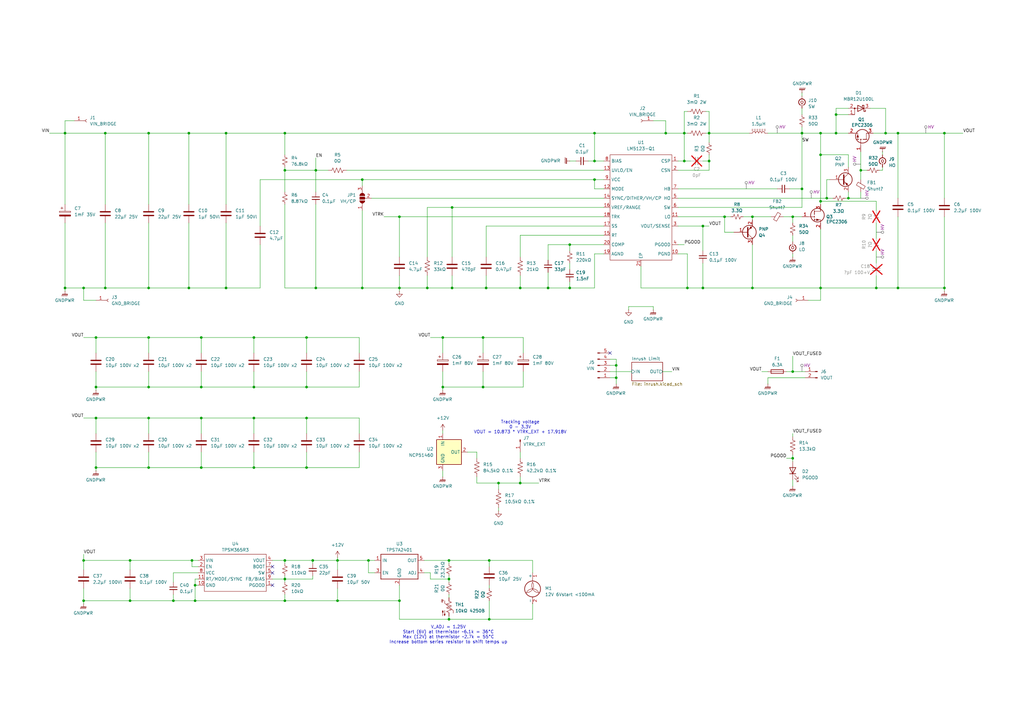
<source format=kicad_sch>
(kicad_sch (version 20231120) (generator "eeschema") (generator_version "8.0")
  (paper "A3")
  (junction (at 184.15 229.87))
  (junction (at 163.83 246.38))
  (junction (at 243.84 66.04))
  (junction (at 184.15 237.49))
  (junction (at 82.55 138.43))
  (junction (at 199.39 118.11))
  (junction (at 39.37 191.77))
  (junction (at 198.12 158.75))
  (junction (at 80.01 246.38))
  (junction (at 82.55 191.77))
  (junction (at 342.9 54.61))
  (junction (at 325.12 187.96))
  (junction (at 328.93 54.61))
  (junction (at 60.96 138.43))
  (junction (at 387.35 54.61))
  (junction (at 125.73 171.45))
  (junction (at 200.66 229.87))
  (junction (at 175.26 118.11))
  (junction (at 60.96 191.77))
  (junction (at 243.84 73.66))
  (junction (at 163.83 118.11))
  (junction (at 353.06 69.85))
  (junction (at 204.47 198.12))
  (junction (at 39.37 138.43))
  (junction (at 104.14 158.75))
  (junction (at 325.12 152.4))
  (junction (at 138.43 246.38))
  (junction (at 233.68 118.11))
  (junction (at 125.73 138.43))
  (junction (at 43.18 118.11))
  (junction (at 185.42 118.11))
  (junction (at 116.84 69.85))
  (junction (at 336.55 82.55))
  (junction (at 363.22 54.61))
  (junction (at 280.67 66.04))
  (junction (at 77.47 118.11))
  (junction (at 92.71 54.61))
  (junction (at 53.34 246.38))
  (junction (at 82.55 158.75))
  (junction (at 53.34 229.87))
  (junction (at 43.18 54.61))
  (junction (at 290.83 54.61))
  (junction (at 60.96 118.11))
  (junction (at 71.12 246.38))
  (junction (at 26.67 118.11))
  (junction (at 288.29 92.71))
  (junction (at 181.61 138.43))
  (junction (at 34.29 229.87))
  (junction (at 80.01 240.03))
  (junction (at 129.54 69.85))
  (junction (at 252.73 154.94))
  (junction (at 359.41 118.11))
  (junction (at 34.29 118.11))
  (junction (at 325.12 88.9))
  (junction (at 26.67 54.61))
  (junction (at 243.84 54.61))
  (junction (at 39.37 158.75))
  (junction (at 198.12 138.43))
  (junction (at 280.67 54.61))
  (junction (at 336.55 54.61))
  (junction (at 78.74 229.87))
  (junction (at 104.14 138.43))
  (junction (at 148.59 118.11))
  (junction (at 77.47 54.61))
  (junction (at 342.9 46.99))
  (junction (at 185.42 85.09))
  (junction (at 368.3 118.11))
  (junction (at 200.66 254))
  (junction (at 116.84 54.61))
  (junction (at 368.3 54.61))
  (junction (at 104.14 171.45))
  (junction (at 336.55 118.11))
  (junction (at 281.94 118.11))
  (junction (at 224.79 118.11))
  (junction (at 116.84 229.87))
  (junction (at 82.55 171.45))
  (junction (at 60.96 54.61))
  (junction (at 347.98 81.28))
  (junction (at 273.05 54.61))
  (junction (at 290.83 66.04))
  (junction (at 116.84 237.49))
  (junction (at 184.15 254))
  (junction (at 288.29 118.11))
  (junction (at 125.73 191.77))
  (junction (at 213.36 198.12))
  (junction (at 60.96 158.75))
  (junction (at 138.43 229.87))
  (junction (at 148.59 73.66))
  (junction (at 308.61 118.11))
  (junction (at 181.61 158.75))
  (junction (at 297.18 88.9))
  (junction (at 328.93 77.47))
  (junction (at 339.09 81.28))
  (junction (at 104.14 191.77))
  (junction (at 39.37 171.45))
  (junction (at 34.29 246.38))
  (junction (at 387.35 118.11))
  (junction (at 129.54 118.11))
  (junction (at 60.96 171.45))
  (junction (at 125.73 158.75))
  (junction (at 252.73 149.86))
  (junction (at 151.13 229.87))
  (junction (at 233.68 100.33))
  (junction (at 116.84 246.38))
  (junction (at 213.36 118.11))
  (junction (at 92.71 118.11))
  (junction (at 308.61 88.9))
  (junction (at 163.83 88.9))
  (junction (at 128.27 229.87))
  (junction (at 336.55 63.5))
  (no_connect (at 111.76 240.03))
  (no_connect (at 111.76 232.41))
  (no_connect (at 250.19 144.78))
  (no_connect (at 111.76 234.95))
  (wire (pts (xy 34.29 241.3) (xy 34.29 246.38)))
  (wire (pts (xy 82.55 158.75) (xy 60.96 158.75)))
  (wire (pts (xy 247.65 92.71) (xy 199.39 92.71)))
  (wire (pts (xy 104.14 152.4) (xy 104.14 158.75)))
  (wire (pts (xy 175.26 118.11) (xy 185.42 118.11)))
  (wire (pts (xy 247.65 96.52) (xy 213.36 96.52)))
  (wire (pts (xy 368.3 54.61) (xy 363.22 54.61)))
  (wire (pts (xy 204.47 198.12) (xy 213.36 198.12)))
  (wire (pts (xy 252.73 149.86) (xy 252.73 154.94)))
  (wire (pts (xy 387.35 54.61) (xy 387.35 81.28)))
  (wire (pts (xy 128.27 237.49) (xy 116.84 237.49)))
  (wire (pts (xy 340.36 73.66) (xy 339.09 73.66)))
  (wire (pts (xy 43.18 118.11) (xy 60.96 118.11)))
  (wire (pts (xy 163.83 246.38) (xy 138.43 246.38)))
  (wire (pts (xy 104.14 138.43) (xy 104.14 144.78)))
  (wire (pts (xy 336.55 63.5) (xy 347.98 63.5)))
  (wire (pts (xy 181.61 152.4) (xy 181.61 158.75)))
  (wire (pts (xy 243.84 118.11) (xy 233.68 118.11)))
  (wire (pts (xy 129.54 83.82) (xy 129.54 118.11)))
  (wire (pts (xy 138.43 228.6) (xy 138.43 229.87)))
  (wire (pts (xy 184.15 229.87) (xy 200.66 229.87)))
  (wire (pts (xy 267.97 49.53) (xy 273.05 49.53)))
  (wire (pts (xy 34.29 246.38) (xy 34.29 247.65)))
  (wire (pts (xy 181.61 193.04) (xy 181.61 195.58)))
  (wire (pts (xy 163.83 118.11) (xy 175.26 118.11)))
  (wire (pts (xy 185.42 85.09) (xy 185.42 105.41)))
  (wire (pts (xy 184.15 229.87) (xy 184.15 231.14)))
  (wire (pts (xy 39.37 158.75) (xy 39.37 160.02)))
  (wire (pts (xy 81.28 237.49) (xy 80.01 237.49)))
  (wire (pts (xy 353.06 69.85) (xy 355.6 69.85)))
  (wire (pts (xy 181.61 158.75) (xy 181.61 160.02)))
  (wire (pts (xy 116.84 229.87) (xy 116.84 231.14)))
  (wire (pts (xy 26.67 49.53) (xy 26.67 54.61)))
  (wire (pts (xy 116.84 54.61) (xy 116.84 63.5)))
  (wire (pts (xy 142.24 69.85) (xy 247.65 69.85)))
  (wire (pts (xy 368.3 81.28) (xy 368.3 54.61)))
  (wire (pts (xy 184.15 236.22) (xy 184.15 237.49)))
  (wire (pts (xy 199.39 118.11) (xy 213.36 118.11)))
  (wire (pts (xy 278.13 88.9) (xy 297.18 88.9)))
  (wire (pts (xy 39.37 171.45) (xy 34.29 171.45)))
  (wire (pts (xy 325.12 177.8) (xy 325.12 179.07)))
  (wire (pts (xy 163.83 254) (xy 163.83 246.38)))
  (wire (pts (xy 92.71 54.61) (xy 116.84 54.61)))
  (wire (pts (xy 250.19 147.32) (xy 252.73 147.32)))
  (wire (pts (xy 308.61 88.9) (xy 316.23 88.9)))
  (wire (pts (xy 128.27 236.22) (xy 128.27 237.49)))
  (wire (pts (xy 163.83 88.9) (xy 247.65 88.9)))
  (wire (pts (xy 387.35 118.11) (xy 387.35 119.38)))
  (wire (pts (xy 289.56 45.72) (xy 290.83 45.72)))
  (wire (pts (xy 224.79 111.76) (xy 224.79 118.11)))
  (wire (pts (xy 198.12 152.4) (xy 198.12 158.75)))
  (wire (pts (xy 116.84 118.11) (xy 129.54 118.11)))
  (wire (pts (xy 116.84 246.38) (xy 138.43 246.38)))
  (wire (pts (xy 147.32 185.42) (xy 147.32 191.77)))
  (wire (pts (xy 199.39 92.71) (xy 199.39 105.41)))
  (wire (pts (xy 60.96 158.75) (xy 39.37 158.75)))
  (wire (pts (xy 151.13 229.87) (xy 138.43 229.87)))
  (wire (pts (xy 53.34 246.38) (xy 71.12 246.38)))
  (wire (pts (xy 147.32 158.75) (xy 125.73 158.75)))
  (wire (pts (xy 200.66 246.38) (xy 200.66 254)))
  (wire (pts (xy 290.83 45.72) (xy 290.83 54.61)))
  (wire (pts (xy 288.29 118.11) (xy 281.94 118.11)))
  (wire (pts (xy 111.76 229.87) (xy 116.84 229.87)))
  (wire (pts (xy 281.94 104.14) (xy 281.94 118.11)))
  (wire (pts (xy 148.59 118.11) (xy 163.83 118.11)))
  (wire (pts (xy 325.12 187.96) (xy 325.12 189.23)))
  (wire (pts (xy 322.58 187.96) (xy 325.12 187.96)))
  (wire (pts (xy 43.18 54.61) (xy 43.18 83.82)))
  (wire (pts (xy 184.15 237.49) (xy 184.15 238.76)))
  (wire (pts (xy 77.47 91.44) (xy 77.47 118.11)))
  (wire (pts (xy 281.94 54.61) (xy 280.67 54.61)))
  (wire (pts (xy 325.12 88.9) (xy 325.12 91.44)))
  (wire (pts (xy 297.18 88.9) (xy 299.72 88.9)))
  (wire (pts (xy 308.61 90.17) (xy 308.61 88.9)))
  (wire (pts (xy 151.13 234.95) (xy 153.67 234.95)))
  (wire (pts (xy 116.84 243.84) (xy 116.84 246.38)))
  (wire (pts (xy 213.36 185.42) (xy 213.36 187.96)))
  (wire (pts (xy 60.96 191.77) (xy 39.37 191.77)))
  (wire (pts (xy 80.01 237.49) (xy 80.01 240.03)))
  (wire (pts (xy 175.26 113.03) (xy 175.26 118.11)))
  (wire (pts (xy 195.58 187.96) (xy 195.58 185.42)))
  (wire (pts (xy 71.12 246.38) (xy 80.01 246.38)))
  (wire (pts (xy 278.13 104.14) (xy 281.94 104.14)))
  (wire (pts (xy 152.4 81.28) (xy 247.65 81.28)))
  (wire (pts (xy 53.34 229.87) (xy 78.74 229.87)))
  (wire (pts (xy 325.12 152.4) (xy 330.2 152.4)))
  (wire (pts (xy 184.15 243.84) (xy 184.15 245.11)))
  (wire (pts (xy 325.12 186.69) (xy 325.12 187.96)))
  (wire (pts (xy 60.96 171.45) (xy 39.37 171.45)))
  (wire (pts (xy 147.32 171.45) (xy 125.73 171.45)))
  (wire (pts (xy 243.84 54.61) (xy 116.84 54.61)))
  (wire (pts (xy 247.65 104.14) (xy 243.84 104.14)))
  (wire (pts (xy 104.14 138.43) (xy 82.55 138.43)))
  (wire (pts (xy 39.37 185.42) (xy 39.37 191.77)))
  (wire (pts (xy 200.66 232.41) (xy 200.66 229.87)))
  (wire (pts (xy 147.32 191.77) (xy 125.73 191.77)))
  (wire (pts (xy 92.71 54.61) (xy 77.47 54.61)))
  (wire (pts (xy 336.55 123.19) (xy 336.55 118.11)))
  (wire (pts (xy 280.67 66.04) (xy 280.67 54.61)))
  (wire (pts (xy 325.12 96.52) (xy 325.12 99.06)))
  (wire (pts (xy 347.98 81.28) (xy 353.06 81.28)))
  (wire (pts (xy 247.65 85.09) (xy 185.42 85.09)))
  (wire (pts (xy 280.67 45.72) (xy 280.67 54.61)))
  (wire (pts (xy 213.36 118.11) (xy 224.79 118.11)))
  (wire (pts (xy 359.41 113.03) (xy 359.41 118.11)))
  (wire (pts (xy 77.47 54.61) (xy 60.96 54.61)))
  (wire (pts (xy 322.58 152.4) (xy 325.12 152.4)))
  (wire (pts (xy 233.68 100.33) (xy 224.79 100.33)))
  (wire (pts (xy 151.13 229.87) (xy 151.13 234.95)))
  (wire (pts (xy 336.55 93.98) (xy 336.55 118.11)))
  (wire (pts (xy 262.89 109.22) (xy 262.89 118.11)))
  (wire (pts (xy 280.67 66.04) (xy 283.21 66.04)))
  (wire (pts (xy 60.96 171.45) (xy 60.96 177.8)))
  (wire (pts (xy 336.55 63.5) (xy 336.55 82.55)))
  (wire (pts (xy 250.19 149.86) (xy 252.73 149.86)))
  (wire (pts (xy 280.67 54.61) (xy 273.05 54.61)))
  (wire (pts (xy 147.32 144.78) (xy 147.32 138.43)))
  (wire (pts (xy 163.83 88.9) (xy 163.83 105.41)))
  (wire (pts (xy 218.44 234.95) (xy 218.44 229.87)))
  (wire (pts (xy 288.29 92.71) (xy 290.83 92.71)))
  (wire (pts (xy 43.18 54.61) (xy 60.96 54.61)))
  (wire (pts (xy 198.12 158.75) (xy 181.61 158.75)))
  (wire (pts (xy 273.05 54.61) (xy 243.84 54.61)))
  (wire (pts (xy 331.47 123.19) (xy 336.55 123.19)))
  (wire (pts (xy 30.48 49.53) (xy 26.67 49.53)))
  (wire (pts (xy 387.35 118.11) (xy 368.3 118.11)))
  (wire (pts (xy 200.66 229.87) (xy 218.44 229.87)))
  (wire (pts (xy 368.3 54.61) (xy 387.35 54.61)))
  (wire (pts (xy 184.15 252.73) (xy 184.15 254)))
  (wire (pts (xy 125.73 185.42) (xy 125.73 191.77)))
  (wire (pts (xy 368.3 88.9) (xy 368.3 118.11)))
  (wire (pts (xy 214.63 158.75) (xy 198.12 158.75)))
  (wire (pts (xy 116.84 229.87) (xy 128.27 229.87)))
  (wire (pts (xy 347.98 78.74) (xy 347.98 81.28)))
  (wire (pts (xy 200.66 240.03) (xy 200.66 241.3)))
  (wire (pts (xy 336.55 54.61) (xy 336.55 63.5)))
  (wire (pts (xy 184.15 254) (xy 200.66 254)))
  (wire (pts (xy 233.68 107.95) (xy 233.68 110.49)))
  (wire (pts (xy 328.93 38.1) (xy 328.93 39.37)))
  (wire (pts (xy 82.55 191.77) (xy 60.96 191.77)))
  (wire (pts (xy 342.9 46.99) (xy 347.98 46.99)))
  (wire (pts (xy 147.32 138.43) (xy 125.73 138.43)))
  (wire (pts (xy 82.55 138.43) (xy 82.55 144.78)))
  (wire (pts (xy 81.28 232.41) (xy 78.74 232.41)))
  (wire (pts (xy 342.9 44.45) (xy 347.98 44.45)))
  (wire (pts (xy 104.14 171.45) (xy 82.55 171.45)))
  (wire (pts (xy 250.19 154.94) (xy 252.73 154.94)))
  (wire (pts (xy 204.47 208.28) (xy 204.47 209.55)))
  (wire (pts (xy 252.73 147.32) (xy 252.73 149.86)))
  (wire (pts (xy 288.29 107.95) (xy 288.29 118.11)))
  (wire (pts (xy 325.12 104.14) (xy 325.12 105.41)))
  (wire (pts (xy 129.54 64.77) (xy 129.54 69.85)))
  (wire (pts (xy 125.73 171.45) (xy 104.14 171.45)))
  (wire (pts (xy 252.73 154.94) (xy 252.73 157.48)))
  (wire (pts (xy 78.74 232.41) (xy 78.74 229.87)))
  (wire (pts (xy 204.47 198.12) (xy 195.58 198.12)))
  (wire (pts (xy 325.12 196.85) (xy 325.12 199.39)))
  (wire (pts (xy 204.47 198.12) (xy 204.47 200.66)))
  (wire (pts (xy 175.26 85.09) (xy 175.26 105.41)))
  (wire (pts (xy 330.2 154.94) (xy 314.96 154.94)))
  (wire (pts (xy 198.12 138.43) (xy 181.61 138.43)))
  (wire (pts (xy 247.65 77.47) (xy 243.84 77.47)))
  (wire (pts (xy 278.13 81.28) (xy 339.09 81.28)))
  (wire (pts (xy 328.93 77.47) (xy 328.93 54.61)))
  (wire (pts (xy 213.36 113.03) (xy 213.36 118.11)))
  (wire (pts (xy 81.28 240.03) (xy 80.01 240.03)))
  (wire (pts (xy 77.47 54.61) (xy 77.47 83.82)))
  (wire (pts (xy 125.73 144.78) (xy 125.73 138.43)))
  (wire (pts (xy 60.96 138.43) (xy 39.37 138.43)))
  (wire (pts (xy 195.58 185.42) (xy 191.77 185.42)))
  (wire (pts (xy 308.61 88.9) (xy 304.8 88.9)))
  (wire (pts (xy 181.61 144.78) (xy 181.61 138.43)))
  (wire (pts (xy 247.65 100.33) (xy 233.68 100.33)))
  (wire (pts (xy 163.83 113.03) (xy 163.83 118.11)))
  (wire (pts (xy 213.36 195.58) (xy 213.36 198.12)))
  (wire (pts (xy 60.96 118.11) (xy 77.47 118.11)))
  (wire (pts (xy 60.96 138.43) (xy 60.96 144.78)))
  (wire (pts (xy 71.12 234.95) (xy 71.12 238.76)))
  (wire (pts (xy 300.99 95.25) (xy 297.18 95.25)))
  (wire (pts (xy 353.06 62.23) (xy 353.06 69.85)))
  (wire (pts (xy 342.9 46.99) (xy 342.9 54.61)))
  (wire (pts (xy 281.94 45.72) (xy 280.67 45.72)))
  (wire (pts (xy 312.42 152.4) (xy 314.96 152.4)))
  (wire (pts (xy 106.68 118.11) (xy 92.71 118.11)))
  (wire (pts (xy 289.56 54.61) (xy 290.83 54.61)))
  (wire (pts (xy 116.84 237.49) (xy 116.84 238.76)))
  (wire (pts (xy 157.48 88.9) (xy 163.83 88.9)))
  (wire (pts (xy 273.05 49.53) (xy 273.05 54.61)))
  (wire (pts (xy 39.37 191.77) (xy 39.37 193.04)))
  (wire (pts (xy 82.55 138.43) (xy 60.96 138.43)))
  (wire (pts (xy 78.74 229.87) (xy 81.28 229.87)))
  (wire (pts (xy 243.84 104.14) (xy 243.84 118.11)))
  (wire (pts (xy 104.14 185.42) (xy 104.14 191.77)))
  (wire (pts (xy 176.53 234.95) (xy 176.53 237.49)))
  (wire (pts (xy 106.68 100.33) (xy 106.68 118.11)))
  (wire (pts (xy 125.73 191.77) (xy 104.14 191.77)))
  (wire (pts (xy 278.13 92.71) (xy 288.29 92.71)))
  (wire (pts (xy 336.55 82.55) (xy 336.55 83.82)))
  (wire (pts (xy 224.79 100.33) (xy 224.79 106.68)))
  (wire (pts (xy 278.13 100.33) (xy 280.67 100.33)))
  (wire (pts (xy 39.37 152.4) (xy 39.37 158.75)))
  (wire (pts (xy 34.29 227.33) (xy 34.29 229.87)))
  (wire (pts (xy 328.93 54.61) (xy 336.55 54.61)))
  (wire (pts (xy 356.87 44.45) (xy 363.22 44.45)))
  (wire (pts (xy 92.71 54.61) (xy 92.71 83.82)))
  (wire (pts (xy 129.54 69.85) (xy 116.84 69.85)))
  (wire (pts (xy 339.09 81.28) (xy 341.63 81.28)))
  (wire (pts (xy 82.55 185.42) (xy 82.55 191.77)))
  (wire (pts (xy 290.83 54.61) (xy 307.34 54.61)))
  (wire (pts (xy 325.12 88.9) (xy 328.93 88.9)))
  (wire (pts (xy 138.43 229.87) (xy 138.43 233.68)))
  (wire (pts (xy 34.29 118.11) (xy 43.18 118.11)))
  (wire (pts (xy 336.55 118.11) (xy 308.61 118.11)))
  (wire (pts (xy 104.14 171.45) (xy 104.14 177.8)))
  (wire (pts (xy 247.65 66.04) (xy 243.84 66.04)))
  (wire (pts (xy 220.98 198.12) (xy 213.36 198.12)))
  (wire (pts (xy 26.67 91.44) (xy 26.67 118.11)))
  (wire (pts (xy 34.29 246.38) (xy 53.34 246.38)))
  (wire (pts (xy 346.71 81.28) (xy 347.98 81.28)))
  (wire (pts (xy 321.31 88.9) (xy 325.12 88.9)))
  (wire (pts (xy 314.96 154.94) (xy 314.96 157.48)))
  (wire (pts (xy 213.36 96.52) (xy 213.36 105.41)))
  (wire (pts (xy 116.84 69.85) (xy 116.84 68.58)))
  (wire (pts (xy 359.41 86.36) (xy 359.41 82.55)))
  (wire (pts (xy 360.68 69.85) (xy 361.95 69.85)))
  (wire (pts (xy 359.41 118.11) (xy 368.3 118.11)))
  (wire (pts (xy 26.67 54.61) (xy 26.67 83.82)))
  (wire (pts (xy 147.32 177.8) (xy 147.32 171.45)))
  (wire (pts (xy 328.93 44.45) (xy 328.93 46.99)))
  (wire (pts (xy 138.43 241.3) (xy 138.43 246.38)))
  (wire (pts (xy 129.54 69.85) (xy 129.54 78.74)))
  (wire (pts (xy 361.95 69.85) (xy 361.95 68.58)))
  (wire (pts (xy 308.61 118.11) (xy 288.29 118.11)))
  (wire (pts (xy 175.26 85.09) (xy 185.42 85.09)))
  (wire (pts (xy 267.97 127) (xy 267.97 125.73)))
  (wire (pts (xy 43.18 91.44) (xy 43.18 118.11)))
  (wire (pts (xy 153.67 229.87) (xy 151.13 229.87)))
  (wire (pts (xy 342.9 44.45) (xy 342.9 46.99)))
  (wire (pts (xy 53.34 241.3) (xy 53.34 246.38)))
  (wire (pts (xy 34.29 233.68) (xy 34.29 229.87)))
  (wire (pts (xy 314.96 54.61) (xy 328.93 54.61)))
  (wire (pts (xy 336.55 54.61) (xy 342.9 54.61)))
  (wire (pts (xy 243.84 73.66) (xy 148.59 73.66)))
  (wire (pts (xy 148.59 73.66) (xy 148.59 76.2)))
  (wire (pts (xy 387.35 88.9) (xy 387.35 118.11)))
  (wire (pts (xy 163.83 118.11) (xy 163.83 119.38)))
  (wire (pts (xy 347.98 68.58) (xy 347.98 63.5)))
  (wire (pts (xy 148.59 86.36) (xy 148.59 118.11)))
  (wire (pts (xy 26.67 118.11) (xy 34.29 118.11)))
  (wire (pts (xy 363.22 44.45) (xy 363.22 54.61)))
  (wire (pts (xy 34.29 123.19) (xy 34.29 118.11)))
  (wire (pts (xy 325.12 146.05) (xy 325.12 152.4)))
  (wire (pts (xy 116.84 237.49) (xy 111.76 237.49)))
  (wire (pts (xy 308.61 100.33) (xy 308.61 118.11)))
  (wire (pts (xy 353.06 81.28) (xy 353.06 78.74)))
  (wire (pts (xy 257.81 125.73) (xy 257.81 127)))
  (wire (pts (xy 129.54 69.85) (xy 134.62 69.85)))
  (wire (pts (xy 80.01 246.38) (xy 116.84 246.38)))
  (wire (pts (xy 129.54 118.11) (xy 148.59 118.11)))
  (wire (pts (xy 339.09 73.66) (xy 339.09 81.28)))
  (wire (pts (xy 82.55 171.45) (xy 82.55 177.8)))
  (wire (pts (xy 214.63 144.78) (xy 214.63 138.43)))
  (wire (pts (xy 185.42 118.11) (xy 199.39 118.11)))
  (wire (pts (xy 92.71 91.44) (xy 92.71 118.11)))
  (wire (pts (xy 26.67 118.11) (xy 26.67 119.38)))
  (wire (pts (xy 233.68 118.11) (xy 233.68 115.57)))
  (wire (pts (xy 243.84 66.04) (xy 243.84 54.61)))
  (wire (pts (xy 60.96 185.42) (xy 60.96 191.77)))
  (wire (pts (xy 288.29 66.04) (xy 290.83 66.04)))
  (wire (pts (xy 214.63 152.4) (xy 214.63 158.75)))
  (wire (pts (xy 39.37 144.78) (xy 39.37 138.43)))
  (wire (pts (xy 116.84 83.82) (xy 116.84 118.11)))
  (wire (pts (xy 185.42 113.03) (xy 185.42 118.11)))
  (wire (pts (xy 363.22 54.61) (xy 358.14 54.61)))
  (wire (pts (xy 361.95 62.23) (xy 361.95 63.5)))
  (wire (pts (xy 278.13 66.04) (xy 280.67 66.04)))
  (wire (pts (xy 199.39 113.03) (xy 199.39 118.11)))
  (wire (pts (xy 106.68 73.66) (xy 106.68 92.71)))
  (wire (pts (xy 125.73 138.43) (xy 104.14 138.43)))
  (wire (pts (xy 387.35 54.61) (xy 394.97 54.61)))
  (wire (pts (xy 106.68 73.66) (xy 148.59 73.66)))
  (wire (pts (xy 184.15 254) (xy 163.83 254)))
  (wire (pts (xy 82.55 152.4) (xy 82.55 158.75)))
  (wire (pts (xy 288.29 92.71) (xy 288.29 102.87)))
  (wire (pts (xy 243.84 77.47) (xy 243.84 73.66)))
  (wire (pts (xy 34.29 229.87) (xy 53.34 229.87)))
  (wire (pts (xy 104.14 158.75) (xy 82.55 158.75)))
  (wire (pts (xy 195.58 198.12) (xy 195.58 195.58)))
  (wire (pts (xy 60.96 152.4) (xy 60.96 158.75)))
  (wire (pts (xy 128.27 229.87) (xy 128.27 231.14)))
  (wire (pts (xy 173.99 234.95) (xy 176.53 234.95)))
  (wire (pts (xy 218.44 247.65) (xy 218.44 254)))
  (wire (pts (xy 39.37 123.19) (xy 34.29 123.19)))
  (wire (pts (xy 77.47 118.11) (xy 92.71 118.11)))
  (wire (pts (xy 297.18 95.25) (xy 297.18 88.9)))
  (wire (pts (xy 290.83 66.04) (xy 290.83 69.85)))
  (wire (pts (xy 80.01 240.03) (xy 80.01 246.38)))
  (wire (pts (xy 323.85 77.47) (xy 328.93 77.47)))
  (wire (pts (xy 241.3 66.04) (xy 243.84 66.04)))
  (wire (pts (xy 233.68 100.33) (xy 233.68 102.87)))
  (wire (pts (xy 267.97 125.73) (xy 257.81 125.73)))
  (wire (pts (xy 200.66 254) (xy 218.44 254)))
  (wire (pts (xy 125.73 177.8) (xy 125.73 171.45)))
  (wire (pts (xy 290.83 54.61) (xy 290.83 58.42)))
  (wire (pts (xy 176.53 237.49) (xy 184.15 237.49)))
  (wire (pts (xy 82.55 171.45) (xy 60.96 171.45)))
  (wire (pts (xy 214.63 138.43) (xy 198.12 138.43)))
  (wire (pts (xy 125.73 152.4) (xy 125.73 158.75)))
  (wire (pts (xy 20.32 54.61) (xy 26.67 54.61)))
  (wire (pts (xy 128.27 229.87) (xy 138.43 229.87)))
  (wire (pts (xy 60.96 54.61) (xy 60.96 83.82)))
  (wire (pts (xy 71.12 243.84) (xy 71.12 246.38)))
  (wire (pts (xy 281.94 118.11) (xy 262.89 118.11)))
  (wire (pts (xy 173.99 229.87) (xy 184.15 229.87)))
  (wire (pts (xy 163.83 240.03) (xy 163.83 246.38)))
  (wire (pts (xy 181.61 138.43) (xy 176.53 138.43)))
  (wire (pts (xy 198.12 138.43) (xy 198.12 144.78)))
  (wire (pts (xy 359.41 91.44) (xy 359.41 97.79)))
  (wire (pts (xy 39.37 138.43) (xy 34.29 138.43)))
  (wire (pts (xy 39.37 177.8) (xy 39.37 171.45)))
  (wire (pts (xy 271.78 152.4) (xy 275.59 152.4)))
  (wire (pts (xy 353.06 69.85) (xy 353.06 73.66)))
  (wire (pts (xy 336.55 118.11) (xy 359.41 118.11)))
  (wire (pts (xy 116.84 236.22) (xy 116.84 237.49)))
  (wire (pts (xy 181.61 176.53) (xy 181.61 177.8)))
  (wire (pts (xy 278.13 69.85) (xy 290.83 69.85)))
  (wire (pts (xy 247.65 73.66) (xy 243.84 73.66)))
  (wire (pts (xy 233.68 66.04) (xy 236.22 66.04)))
  (wire (pts (xy 147.32 152.4) (xy 147.32 158.75)))
  (wire (pts (xy 104.14 191.77) (xy 82.55 191.77)))
  (wire (pts (xy 116.84 69.85) (xy 116.84 78.74)))
  (wire (pts (xy 81.28 234.95) (xy 71.12 234.95)))
  (wire (pts (xy 278.13 85.09) (xy 328.93 85.09)))
  (wire (pts (xy 53.34 229.87) (xy 53.34 233.68)))
  (wire (pts (xy 125.73 158.75) (xy 104.14 158.75)))
  (wire (pts (xy 342.9 54.61) (xy 347.98 54.61)))
  (wire (pts (xy 359.41 82.55) (xy 336.55 82.55)))
  (wire (pts (xy 250.19 152.4) (xy 259.08 152.4)))
  (wire (pts (xy 359.41 102.87) (xy 359.41 107.95)))
  (wire (pts (xy 290.83 63.5) (xy 290.83 66.04)))
  (wire (pts (xy 328.93 52.07) (xy 328.93 54.61)))
  (wire (pts (xy 328.93 85.09) (xy 328.93 77.47)))
  (wire (pts (xy 26.67 54.61) (xy 43.18 54.61)))
  (wire (pts (xy 60.96 91.44) (xy 60.96 118.11)))
  (wire (pts (xy 278.13 77.47) (xy 318.77 77.47)))
  (wire (pts (xy 224.79 118.11) (xy 233.68 118.11)))
  (text "V_ADJ = 1.25V\nStart (6V) at thermistor ~6.1k = 36°C\nMax (12V) at thermistor ~2.7k = 55°C\nIncrease bottom series resistor to shift temps up" (at 183.896 260.35 0) (effects (font (size 1.27 1.27))))
  (text "Tracking voltage\n0 - 3.3V\nVOUT = 10.873 * VTRK_EXT + 17.918V" (at 213.36 175.26 0) (effects (font (size 1.27 1.27))))
  (label "PGOOD" (at 280.67 100.33 0))
  (label "VIN" (at 20.32 54.61 180))
  (label "VOUT" (at 290.83 92.71 0))
  (label "VOUT_FUSED" (at 325.12 177.8 0))
  (label "VOUT" (at 34.29 171.45 180))
  (label "VOUT" (at 34.29 138.43 180))
  (label "VIN" (at 275.59 152.4 0))
  (label "VOUT" (at 312.42 152.4 180))
  (label "VOUT" (at 394.97 54.61 0))
  (label "VTRK" (at 157.48 88.9 180))
  (label "VOUT" (at 176.53 138.43 180))
  (label "PGOOD" (at 322.58 187.96 180))
  (label "VOUT" (at 34.29 227.33 0))
  (label "VTRK" (at 220.98 198.12 0))
  (label "EN" (at 129.54 64.77 0))
  (label "SW" (at 328.93 58.42 0))
  (label "VOUT_FUSED" (at 325.12 146.05 0))
  (netclass_flag "" (length 2.54) (shape round) (at 379.73 54.61 0) (property "Netclass" "HV" (at 380.4285 52.07 0) (effects (font (italic yes)) (justify left))))
  (netclass_flag "" (length 2.54) (shape round) (at 318.77 54.61 0) (property "Netclass" "HV" (at 319.4685 52.07 0) (effects (font (italic yes)) (justify left))))
  (netclass_flag "" (length 2.54) (shape round) (at 332.74 81.28 0) (property "Netclass" "HV" (at 333.4385 78.74 0) (effects (font (italic yes)) (justify left))))
  (netclass_flag "" (length 2.54) (shape round) (at 359.41 105.41 270) (property "Netclass" "HV" (at 361.95 104.7115 90) (effects (font (italic yes)) (justify left))))
  (netclass_flag "" (length 2.54) (shape round) (at 359.41 95.25 270) (property "Netclass" "HV" (at 361.95 94.5515 90) (effects (font (italic yes)) (justify left))))
  (netclass_flag "" (length 2.54) (shape round) (at 328.93 152.4 0) (property "Netclass" "HV" (at 329.6285 149.86 0) (effects (font (italic yes)) (justify left))))
  (netclass_flag "" (length 2.54) (shape round) (at 353.06 67.31 90) (property "Netclass" "HV" (at 350.52 66.6115 90) (effects (font (italic yes)) (justify left))))
  (netclass_flag "" (length 2.54) (shape round) (at 306.07 77.47 0) (property "Netclass" "HV" (at 306.7685 74.93 0) (effects (font (italic yes)) (justify left))))
  (netclass_flag "" (length 2.54) (shape round) (at 353.06 81.28 270) (property "Netclass" "HV" (at 355.6 80.5815 90) (effects (font (italic yes)) (justify left))))
  (symbol (lib_id "Device:FerriteBead_Small") (at 353.06 76.2 0) (unit 1)
    (property "Reference" "FB1" (at 355.6 74.8918 0) (effects (justify left)))
    (property "Value" "Shunt?" (at 355.6 77.4318 0) (effects (justify left)))
    (property "Footprint" "Inductor_SMD:L_0402_1005Metric_Pad0.77x0.64mm_HandSolder" (effects (hide yes)))
    (property "Description" "Ferrite bead, small symbol" (effects (hide yes)))
  )
  (symbol (lib_id "BW_Active:LDO_ADJ") (at 163.83 232.41 0) (unit 1)
    (property "Reference" "U3" (at 163.83 223.012 0))
    (property "Value" "TPS7A2401" (at 163.83 225.552 0))
    (property "Footprint" "Package_TO_SOT_SMD:SOT-23-5" (effects (hide yes)))
  )
  (symbol (lib_id "Device:Q_PNP_BEC") (at 306.07 95.25 0) (mirror x) (unit 1)
    (property "Reference" "Q4" (at 311.15 96.5201 0) (effects (justify left)))
    (property "Value" "PNP" (at 311.15 93.9801 0) (effects (justify left)))
    (property "Footprint" "Package_SON:HUSON-3-1EP_2x2mm_P1.3mm_EP1.1x1.6mm" (effects (hide yes)))
    (property "Description" "PNP transistor, base/emitter/collector" (effects (hide yes)))
  )
  (symbol (lib_id "Device:R_Small_US") (at 233.68 105.41 0) (unit 1)
    (property "Reference" "R11" (at 236.22 104.1399 0) (effects (justify left)))
    (property "Value" "220kΩ" (at 236.22 106.6799 0) (effects (justify left)))
    (property "Footprint" "Resistor_SMD:R_0603_1608Metric" (effects (hide yes)))
    (property "Description" "Resistor, small US symbol" (effects (hide yes)))
  )
  (symbol (lib_id "Device:R_Small_US") (at 290.83 60.96 180) (unit 1)
    (property "Reference" "R3" (at 285.75 60.96 90))
    (property "Value" "0Ω" (at 288.29 60.96 90))
    (property "Footprint" "Resistor_SMD:R_0603_1608Metric" (effects (hide yes)))
    (property "Description" "Resistor, small US symbol" (effects (hide yes)))
  )
  (symbol (lib_id "power:GNDPWR") (at 39.37 193.04 0) (unit 1)
    (property "Reference" "#PWR012" (effects (hide yes)))
    (property "Value" "GNDPWR" (at 39.243 196.85 0))
    (property "Description" "Power symbol creates a global label with name \"GNDPWR\" , global ground" (effects (hide yes)))
  )
  (symbol (lib_id "power:GNDPWR") (at 39.37 160.02 0) (unit 1)
    (property "Reference" "#PWR09" (effects (hide yes)))
    (property "Value" "GNDPWR" (at 39.243 163.83 0))
    (property "Description" "Power symbol creates a global label with name \"GNDPWR\" , global ground" (effects (hide yes)))
  )
  (symbol (lib_id "Device:R_US") (at 195.58 191.77 0) (unit 1)
    (property "Reference" "R15" (at 198.12 190.4999 0) (effects (justify left)))
    (property "Value" "84.5kΩ 0.1%" (at 198.12 193.0399 0) (effects (justify left)))
    (property "Footprint" "Resistor_SMD:R_0603_1608Metric" (effects (hide yes)))
    (property "Description" "Resistor, US symbol" (effects (hide yes)))
  )
  (symbol (lib_id "Device:C") (at 138.43 237.49 0) (unit 1)
    (property "Reference" "C39" (at 142.24 236.2199 0) (effects (justify left)))
    (property "Value" "10µF 50V" (at 142.24 238.7599 0) (effects (justify left)))
    (property "Footprint" "Capacitor_SMD:C_1206_3216Metric" (effects (hide yes)))
    (property "Description" "Unpolarized capacitor" (effects (hide yes)))
  )
  (symbol (lib_id "Device:C_Small") (at 233.68 113.03 0) (unit 1)
    (property "Reference" "C19" (at 236.22 111.7662 0) (effects (justify left)))
    (property "Value" "1.5nF" (at 236.22 114.3062 0) (effects (justify left)))
    (property "Footprint" "Capacitor_SMD:C_0603_1608Metric" (effects (hide yes)))
    (property "Description" "Unpolarized capacitor, small symbol" (effects (hide yes)))
  )
  (symbol (lib_id "power:GNDPWR") (at 314.96 157.48 0) (unit 1)
    (property "Reference" "#PWR08" (effects (hide yes)))
    (property "Value" "GNDPWR" (at 314.833 161.29 0))
    (property "Description" "Power symbol creates a global label with name \"GNDPWR\" , global ground" (effects (hide yes)))
  )
  (symbol (lib_id "Device:R_US") (at 213.36 109.22 0) (unit 1)
    (property "Reference" "R13" (at 215.9 107.9499 0) (effects (justify left)))
    (property "Value" "21kΩ" (at 215.9 110.4899 0) (effects (justify left)))
    (property "Footprint" "Resistor_SMD:R_0603_1608Metric" (effects (hide yes)))
    (property "Description" "Resistor, US symbol" (effects (hide yes)))
  )
  (symbol (lib_id "Connector:Conn_01x02_Pin") (at 335.28 152.4 0) (mirror y) (unit 1)
    (property "Reference" "J6" (at 336.55 152.3999 0) (effects (justify right)))
    (property "Value" "VOUT" (at 336.55 154.9399 0) (effects (justify right)))
    (property "Footprint" "BW_Connectors:TE_644749-2" (effects (hide yes)))
    (property "Description" "Generic connector, single row, 01x02, script generated" (effects (hide yes)))
  )
  (symbol (lib_id "Device:C_Polarized") (at 198.12 148.59 0) (unit 1)
    (property "Reference" "C27" (at 201.93 146.4309 0) (effects (justify left)))
    (property "Value" "1mF 80V" (at 201.93 148.9709 0) (effects (justify left)))
    (property "Footprint" "Capacitor_THT:CP_Radial_D16.0mm_P7.50mm" (effects (hide yes)))
    (property "Description" "Polarized capacitor" (effects (hide yes)))
  )
  (symbol (lib_id "Device:R_US") (at 285.75 54.61 90) (unit 1)
    (property "Reference" "R2" (at 285.75 48.26 90))
    (property "Value" "3mΩ 2W" (at 285.75 50.8 90))
    (property "Footprint" "Resistor_SMD:R_0612_1632Metric" (effects (hide yes)))
    (property "Description" "Resistor, US symbol" (effects (hide yes)))
  )
  (symbol (lib_id "Device:C_Small") (at 238.76 66.04 90) (unit 1)
    (property "Reference" "C1" (at 238.7663 59.69 90))
    (property "Value" "0.1µF" (at 238.7663 62.23 90))
    (property "Footprint" "Capacitor_SMD:C_0603_1608Metric" (effects (hide yes)))
    (property "Description" "Unpolarized capacitor, small symbol" (effects (hide yes)))
  )
  (symbol (lib_id "Device:D_Schottky_AAK") (at 353.06 44.45 180) (unit 1)
    (property "Reference" "D1" (at 352.171 38.1 0))
    (property "Value" "MBR12U100L" (at 352.171 40.64 0))
    (property "Footprint" "Package_TO_SOT_SMD:TO-277B" (effects (hide yes)))
    (property "Description" "Schottky diode, anode on pins 1 and 2" (effects (hide yes)))
  )
  (symbol (lib_id "Device:C") (at 39.37 148.59 0) (unit 1)
    (property "Reference" "C20" (at 43.18 147.3199 0) (effects (justify left)))
    (property "Value" "10µF 100V x2" (at 43.18 149.8599 0) (effects (justify left)))
    (property "Footprint" "Capacitor_SMD:C_1210_3225Metric" (effects (hide yes)))
    (property "Description" "Unpolarized capacitor" (effects (hide yes)))
  )
  (symbol (lib_id "Device:C_Small") (at 285.75 66.04 90) (unit 1) (dnp yes)
    (property "Reference" "C2" (at 285.75 69.342 90))
    (property "Value" "0pF" (at 285.75 71.882 90))
    (property "Footprint" "Capacitor_SMD:C_0603_1608Metric" (effects (hide yes)))
    (property "Description" "Unpolarized capacitor, small symbol" (effects (hide yes)))
  )
  (symbol (lib_id "Device:C_Small") (at 129.54 81.28 0) (unit 1)
    (property "Reference" "C4" (at 132.08 80.0162 0) (effects (justify left)))
    (property "Value" "0.1µF" (at 132.08 82.5562 0) (effects (justify left)))
    (property "Footprint" "Capacitor_SMD:C_0603_1608Metric" (effects (hide yes)))
    (property "Description" "Unpolarized capacitor, small symbol" (effects (hide yes)))
  )
  (symbol (lib_id "Device:C_Small") (at 321.31 77.47 90) (unit 1)
    (property "Reference" "C3" (at 321.3163 71.12 90))
    (property "Value" "0.1µF 100V" (at 321.3163 73.66 90))
    (property "Footprint" "Capacitor_SMD:C_0603_1608Metric" (effects (hide yes)))
    (property "Description" "Unpolarized capacitor, small symbol" (effects (hide yes)))
  )
  (symbol (lib_id "Device:C_Polarized") (at 26.67 87.63 0) (unit 1)
    (property "Reference" "C7" (at 30.48 85.4709 0) (effects (justify left)))
    (property "Value" "1mF 35V" (at 30.48 88.0109 0) (effects (justify left)))
    (property "Footprint" "Capacitor_THT:CP_Radial_D10.0mm_P5.00mm" (effects (hide yes)))
    (property "Description" "Polarized capacitor" (effects (hide yes)))
  )
  (symbol (lib_id "Connector:Conn_01x05_Pin") (at 245.11 149.86 0) (mirror x) (unit 1)
    (property "Reference" "J5" (at 243.84 148.5899 0) (effects (justify right)))
    (property "Value" "VIN" (at 243.84 151.1299 0) (effects (justify right)))
    (property "Footprint" "BW_Connectors:TE_2042274_Solder" (effects (hide yes)))
    (property "Description" "Generic connector, single row, 01x05, script generated" (effects (hide yes)))
  )
  (symbol (lib_id "Device:R_Small_US") (at 328.93 49.53 0) (unit 1)
    (property "Reference" "R33" (at 331.47 48.2599 0) (effects (justify left)))
    (property "Value" "50Ω" (at 331.47 50.7999 0) (effects (justify left)))
    (property "Footprint" "Resistor_SMD:R_0402_1005Metric_Pad0.72x0.64mm_HandSolder" (effects (hide yes)))
    (property "Description" "Resistor, small US symbol" (effects (hide yes)))
  )
  (symbol (lib_id "BW_Active:EPC2306") (at 353.06 57.15 270) (mirror x) (unit 1)
    (property "Reference" "Q1" (at 353.314 49.022 90))
    (property "Value" "EPC2306" (at 349.25 51.308 90) (effects (justify left)))
    (property "Footprint" "BW_Active:EPC2306" (effects (hide yes)))
    (property "Datasheet" "https://assets.nexperia.com/documents/data-sheet/GAN3R2-100CBE.pdf" (effects (hide yes)))
    (property "Description" "100 V E-mode GaN transistor, RdsOn 3.1 mOhm, 60A Id, Dual-side cooling capable" (effects (hide yes)))
  )
  (symbol (lib_id "BW_Active:TPSM365R3/6") (at 96.52 234.95 0) (unit 1)
    (property "Reference" "U4" (at 96.52 223.012 0))
    (property "Value" "TPSM365R3" (at 96.52 225.552 0))
    (property "Footprint" "BW_Active:TI_QFN-FCMOD-HR" (effects (hide yes)))
    (property "Datasheet" "https://www.ti.com/lit/ds/symlink/tpsm365r3.pdf" (effects (hide yes)))
    (property "Description" "Buck module, 0.3/0.6A, 3-65Vin, 1-13Vout" (effects (hide yes)))
  )
  (symbol (lib_id "Device:C") (at 39.37 181.61 0) (unit 1)
    (property "Reference" "C29" (at 43.18 180.3399 0) (effects (justify left)))
    (property "Value" "10µF 100V x2" (at 43.18 182.8799 0) (effects (justify left)))
    (property "Footprint" "Capacitor_SMD:C_1210_3225Metric" (effects (hide yes)))
    (property "Description" "Unpolarized capacitor" (effects (hide yes)))
  )
  (symbol (lib_id "Jumper:SolderJumper_3_Open") (at 148.59 81.28 90) (unit 1) (exclude_from_sim yes) (in_bom no)
    (property "Reference" "JP1" (at 146.05 80.0099 90) (effects (justify left)))
    (property "Value" "VH/CP" (at 146.05 82.5499 90) (effects (justify left)))
    (property "Footprint" "Jumper:SolderJumper-3_P1.3mm_Open_RoundedPad1.0x1.5mm" (effects (hide yes)))
    (property "Description" "Solder Jumper, 3-pole, open" (effects (hide yes)))
  )
  (symbol (lib_id "Device:C") (at 125.73 181.61 0) (unit 1)
    (property "Reference" "C33" (at 129.54 180.3399 0) (effects (justify left)))
    (property "Value" "10µF 100V x2" (at 129.54 182.8799 0) (effects (justify left)))
    (property "Footprint" "Capacitor_SMD:C_1210_3225Metric" (effects (hide yes)))
    (property "Description" "Unpolarized capacitor" (effects (hide yes)))
  )
  (symbol (lib_id "Device:Q_PNP_BEC") (at 345.44 73.66 0) (unit 1)
    (property "Reference" "Q2" (at 342.392 65.024 0) (effects (justify left)))
    (property "Value" "PNP" (at 342.392 67.564 0) (effects (justify left)))
    (property "Footprint" "Package_SON:HUSON-3-1EP_2x2mm_P1.3mm_EP1.1x1.6mm" (effects (hide yes)))
    (property "Description" "PNP transistor, base/emitter/collector" (effects (hide yes)))
  )
  (symbol (lib_id "Device:C_Small") (at 71.12 241.3 0) (unit 1)
    (property "Reference" "C40" (at 73.66 240.0362 0) (effects (justify left)))
    (property "Value" "0.1µF" (at 73.66 242.5762 0) (effects (justify left)))
    (property "Footprint" "Capacitor_SMD:C_0603_1608Metric" (effects (hide yes)))
    (property "Description" "Unpolarized capacitor, small symbol" (effects (hide yes)))
  )
  (symbol (lib_id "Device:R_US") (at 325.12 182.88 0) (unit 1)
    (property "Reference" "R14" (at 327.66 181.6099 0) (effects (justify left)))
    (property "Value" "13.3kΩ" (at 327.66 184.1499 0) (effects (justify left)))
    (property "Footprint" "Resistor_SMD:R_0603_1608Metric" (effects (hide yes)))
    (property "Description" "Resistor, US symbol" (effects (hide yes)))
  )
  (symbol (lib_id "Device:C") (at 106.68 96.52 0) (unit 1)
    (property "Reference" "C12" (at 110.49 95.2499 0) (effects (justify left)))
    (property "Value" "4.7µF" (at 110.49 97.7899 0) (effects (justify left)))
    (property "Footprint" "Capacitor_SMD:C_0603_1608Metric" (effects (hide yes)))
    (property "Description" "Unpolarized capacitor" (effects (hide yes)))
  )
  (symbol (lib_id "power:+12V") (at 138.43 228.6 0) (unit 1)
    (property "Reference" "#PWR016" (effects (hide yes)))
    (property "Value" "+12V" (at 138.43 223.52 0))
    (property "Description" "Power symbol creates a global label with name \"+12V\"" (effects (hide yes)))
  )
  (symbol (lib_id "BW_Active:NCP51460") (at 184.15 185.42 0) (unit 1)
    (property "Reference" "U2" (at 177.8 184.1499 0) (effects (justify right)))
    (property "Value" "NCP51460" (at 177.8 186.6899 0) (effects (justify right)))
    (property "Footprint" "Package_TO_SOT_SMD:SOT-23" (effects (hide yes)))
    (property "Description" "Voltage reference, 3.300V, ±1% accuracy, SOT-23" (effects (hide yes)))
  )
  (symbol (lib_id "Device:C") (at 125.73 148.59 0) (unit 1)
    (property "Reference" "C24" (at 129.54 147.3199 0) (effects (justify left)))
    (property "Value" "10µF 100V x2" (at 129.54 149.8599 0) (effects (justify left)))
    (property "Footprint" "Capacitor_SMD:C_1210_3225Metric" (effects (hide yes)))
    (property "Description" "Unpolarized capacitor" (effects (hide yes)))
  )
  (symbol (lib_id "power:GNDPWR") (at 325.12 199.39 0) (unit 1)
    (property "Reference" "#PWR014" (effects (hide yes)))
    (property "Value" "GNDPWR" (at 324.993 203.2 0))
    (property "Description" "Power symbol creates a global label with name \"GNDPWR\" , global ground" (effects (hide yes)))
  )
  (symbol (lib_id "power:+12V") (at 181.61 176.53 0) (unit 1)
    (property "Reference" "#PWR011" (effects (hide yes)))
    (property "Value" "+12V" (at 181.61 171.45 0))
    (property "Description" "Power symbol creates a global label with name \"+12V\"" (effects (hide yes)))
  )
  (symbol (lib_id "power:GNDPWR") (at 267.97 127 0) (unit 1)
    (property "Reference" "#PWR06" (effects (hide yes)))
    (property "Value" "GNDPWR" (at 267.843 130.81 0))
    (property "Description" "Power symbol creates a global label with name \"GNDPWR\" , global ground" (effects (hide yes)))
  )
  (symbol (lib_id "Connector:Conn_01x01_Socket") (at 326.39 123.19 180) (unit 1)
    (property "Reference" "J4" (at 325.12 121.9199 0) (effects (justify left)))
    (property "Value" "GND_BRIDGE" (at 325.12 124.4599 0) (effects (justify left)))
    (property "Footprint" "BW_PassiveMechanical:HolePad_2.5mm_3.5mm" (effects (hide yes)))
    (property "Description" "Generic connector, single row, 01x01, script generated" (effects (hide yes)))
  )
  (symbol (lib_id "power:GNDPWR") (at 361.95 62.23 180) (unit 1)
    (property "Reference" "#PWR020" (effects (hide yes)))
    (property "Value" "GNDPWR" (at 362.077 58.42 0))
    (property "Description" "Power symbol creates a global label with name \"GNDPWR\" , global ground" (effects (hide yes)))
  )
  (symbol (lib_id "Device:Fuse") (at 318.77 152.4 90) (unit 1)
    (property "Reference" "F1" (at 318.77 147.066 90))
    (property "Value" "6.3A" (at 318.77 149.606 90))
    (property "Footprint" "BW_PassiveMechanical:Fuse_Schurter_MSB" (effects (hide yes)))
    (property "Description" "Fuse" (effects (hide yes)))
  )
  (symbol (lib_id "Device:C") (at 43.18 87.63 0) (unit 1)
    (property "Reference" "C8" (at 46.99 86.3599 0) (effects (justify left)))
    (property "Value" "22µF 25V" (at 46.99 88.8999 0) (effects (justify left)))
    (property "Footprint" "Capacitor_SMD:C_1210_3225Metric" (effects (hide yes)))
    (property "Description" "Unpolarized capacitor" (effects (hide yes)))
  )
  (symbol (lib_id "Device:C") (at 60.96 148.59 0) (unit 1)
    (property "Reference" "C21" (at 64.77 147.3199 0) (effects (justify left)))
    (property "Value" "10µF 100V x2" (at 64.77 149.8599 0) (effects (justify left)))
    (property "Footprint" "Capacitor_SMD:C_1210_3225Metric" (effects (hide yes)))
    (property "Description" "Unpolarized capacitor" (effects (hide yes)))
  )
  (symbol (lib_id "Device:R_Small_US") (at 200.66 243.84 0) (unit 1)
    (property "Reference" "R22" (at 195.58 243.84 90))
    (property "Value" "0Ω" (at 198.12 243.84 90))
    (property "Footprint" "Resistor_SMD:R_0603_1608Metric" (effects (hide yes)))
    (property "Description" "Resistor, small US symbol" (effects (hide yes)))
  )
  (symbol (lib_id "Device:Thermistor_NTC_US") (at 184.15 248.92 0) (unit 1)
    (property "Reference" "TH1" (at 186.69 247.9674 0) (effects (justify left)))
    (property "Value" "10kΩ 4250B" (at 186.69 250.5074 0) (effects (justify left)))
    (property "Footprint" "Resistor_SMD:R_0402_1005Metric_Pad0.72x0.64mm_HandSolder" (effects (hide yes)))
    (property "Description" "Temperature dependent resistor, negative temperature coefficient, US symbol" (effects (hide yes)))
  )
  (symbol (lib_id "Connector:Conn_01x01_Socket") (at 44.45 123.19 0) (unit 1)
    (property "Reference" "J3" (at 45.72 121.9199 0) (effects (justify left)))
    (property "Value" "GND_BRIDGE" (at 45.72 124.4599 0) (effects (justify left)))
    (property "Footprint" "BW_PassiveMechanical:HolePad_2.5mm_3.5mm" (effects (hide yes)))
    (property "Description" "Generic connector, single row, 01x01, script generated" (effects (hide yes)))
  )
  (symbol (lib_id "Device:C") (at 77.47 87.63 0) (unit 1)
    (property "Reference" "C10" (at 81.28 86.3599 0) (effects (justify left)))
    (property "Value" "1µF 50Vl" (at 81.28 88.8999 0) (effects (justify left)))
    (property "Footprint" "Capacitor_SMD:C_0805_2012Metric" (effects (hide yes)))
    (property "Description" "Unpolarized capacitor" (effects (hide yes)))
  )
  (symbol (lib_id "Device:C") (at 185.42 109.22 0) (unit 1)
    (property "Reference" "C15" (at 189.23 107.9499 0) (effects (justify left)))
    (property "Value" "470pF" (at 189.23 110.4899 0) (effects (justify left)))
    (property "Footprint" "Capacitor_SMD:C_0603_1608Metric" (effects (hide yes)))
    (property "Description" "Unpolarized capacitor" (effects (hide yes)))
  )
  (symbol (lib_id "Device:R_US") (at 213.36 191.77 0) (unit 1)
    (property "Reference" "R16" (at 215.9 190.4999 0) (effects (justify left)))
    (property "Value" "42.2kΩ 0.1%" (at 215.9 193.0399 0) (effects (justify left)))
    (property "Footprint" "Resistor_SMD:R_0603_1608Metric" (effects (hide yes)))
    (property "Description" "Resistor, US symbol" (effects (hide yes)))
  )
  (symbol (lib_id "Device:C") (at 147.32 148.59 0) (unit 1)
    (property "Reference" "C25" (at 151.13 147.3199 0) (effects (justify left)))
    (property "Value" "10µF 100V x2" (at 151.13 149.8599 0) (effects (justify left)))
    (property "Footprint" "Capacitor_SMD:C_1210_3225Metric" (effects (hide yes)))
    (property "Description" "Unpolarized capacitor" (effects (hide yes)))
  )
  (symbol (lib_id "Device:C_Polarized") (at 181.61 148.59 0) (unit 1)
    (property "Reference" "C26" (at 185.42 146.4309 0) (effects (justify left)))
    (property "Value" "1mF 80V" (at 185.42 148.9709 0) (effects (justify left)))
    (property "Footprint" "Capacitor_THT:CP_Radial_D16.0mm_P7.50mm" (effects (hide yes)))
    (property "Description" "Polarized capacitor" (effects (hide yes)))
  )
  (symbol (lib_id "power:GNDPWR") (at 181.61 160.02 0) (unit 1)
    (property "Reference" "#PWR010" (effects (hide yes)))
    (property "Value" "GNDPWR" (at 181.483 163.83 0))
    (property "Description" "Power symbol creates a global label with name \"GNDPWR\" , global ground" (effects (hide yes)))
  )
  (symbol (lib_id "Device:R_US") (at 175.26 109.22 0) (unit 1)
    (property "Reference" "R12" (at 177.8 107.9499 0) (effects (justify left)))
    (property "Value" "33kΩ" (at 177.8 110.4899 0) (effects (justify left)))
    (property "Footprint" "Resistor_SMD:R_0603_1608Metric" (effects (hide yes)))
    (property "Description" "Resistor, US symbol" (effects (hide yes)))
  )
  (symbol (lib_id "power:GND") (at 257.81 127 0) (unit 1)
    (property "Reference" "#PWR05" (effects (hide yes)))
    (property "Value" "GND" (at 257.81 132.08 0))
    (property "Description" "Power symbol creates a global label with name \"GND\" , ground" (effects (hide yes)))
  )
  (symbol (lib_id "power:GNDPWR") (at 34.29 247.65 0) (unit 1)
    (property "Reference" "#PWR017" (effects (hide yes)))
    (property "Value" "GNDPWR" (at 34.163 251.46 0))
    (property "Description" "Power symbol creates a global label with name \"GNDPWR\" , global ground" (effects (hide yes)))
  )
  (symbol (lib_id "power:GNDPWR") (at 26.67 119.38 0) (unit 1)
    (property "Reference" "#PWR02" (effects (hide yes)))
    (property "Value" "GNDPWR" (at 26.543 123.19 0))
    (property "Description" "Power symbol creates a global label with name \"GNDPWR\" , global ground" (effects (hide yes)))
  )
  (symbol (lib_id "power:GND") (at 163.83 119.38 0) (unit 1)
    (property "Reference" "#PWR03" (effects (hide yes)))
    (property "Value" "GND" (at 163.83 124.46 0))
    (property "Description" "Power symbol creates a global label with name \"GND\" , ground" (effects (hide yes)))
  )
  (symbol (lib_id "Device:R_Small_US") (at 359.41 88.9 180) (unit 1) (dnp yes)
    (property "Reference" "R9" (at 354.33 88.9 90))
    (property "Value" "?Ω" (at 356.87 88.9 90))
    (property "Footprint" "Resistor_SMD:R_1206_3216Metric" (effects (hide yes)))
    (property "Description" "Resistor, small US symbol" (effects (hide yes)))
  )
  (symbol (lib_id "power:GNDPWR") (at 252.73 157.48 0) (unit 1)
    (property "Reference" "#PWR07" (effects (hide yes)))
    (property "Value" "GNDPWR" (at 252.603 161.29 0))
    (property "Description" "Power symbol creates a global label with name \"GNDPWR\" , global ground" (effects (hide yes)))
  )
  (symbol (lib_id "Connector:Conn_01x01_Pin") (at 213.36 180.34 270) (unit 1)
    (property "Reference" "J7" (at 214.63 179.7049 90) (effects (justify left)))
    (property "Value" "VTRK_EXT" (at 214.63 182.2449 90) (effects (justify left)))
    (property "Footprint" "Connector_PinHeader_2.54mm:PinHeader_1x01_P2.54mm_Vertical" (effects (hide yes)))
    (property "Description" "Generic connector, single row, 01x01, script generated" (effects (hide yes)))
  )
  (symbol (lib_id "Connector:Conn_01x01_Socket") (at 262.89 49.53 180) (unit 1)
    (property "Reference" "J2" (at 263.525 44.45 0))
    (property "Value" "VIN_BRIDGE" (at 263.525 46.99 0))
    (property "Footprint" "BW_PassiveMechanical:HolePad_2.5mm_3.5mm" (effects (hide yes)))
    (property "Description" "Generic connector, single row, 01x01, script generated" (effects (hide yes)))
  )
  (symbol (lib_id "Device:L_Ferrite") (at 311.15 54.61 90) (unit 1)
    (property "Reference" "L1" (at 311.15 48.26 90))
    (property "Value" "1.5µH" (at 311.15 50.8 90))
    (property "Footprint" "BW_PassiveMechanical:L_Vishay_IHLP-6767" (effects (hide yes)))
    (property "Description" "Inductor with ferrite core" (effects (hide yes)))
  )
  (symbol (lib_id "Device:C_Small") (at 128.27 233.68 0) (unit 1)
    (property "Reference" "C35" (at 130.81 232.4162 0) (effects (justify left)))
    (property "Value" "22pF" (at 130.81 234.9562 0) (effects (justify left)))
    (property "Footprint" "Capacitor_SMD:C_0603_1608Metric" (effects (hide yes)))
    (property "Description" "Unpolarized capacitor, small symbol" (effects (hide yes)))
  )
  (symbol (lib_id "Device:R_Small_US") (at 325.12 93.98 0) (unit 1)
    (property "Reference" "R34" (at 327.66 92.7099 0) (effects (justify left)))
    (property "Value" "50Ω" (at 327.66 95.2499 0) (effects (justify left)))
    (property "Footprint" "Resistor_SMD:R_0402_1005Metric_Pad0.72x0.64mm_HandSolder" (effects (hide yes)))
    (property "Description" "Resistor, small US symbol" (effects (hide yes)))
  )
  (symbol (lib_id "Device:C_Polarized") (at 214.63 148.59 0) (unit 1)
    (property "Reference" "C28" (at 218.44 146.4309 0) (effects (justify left)))
    (property "Value" "1mF 80V" (at 218.44 148.9709 0) (effects (justify left)))
    (property "Footprint" "Capacitor_THT:CP_Radial_D16.0mm_P7.50mm" (effects (hide yes)))
    (property "Description" "Polarized capacitor" (effects (hide yes)))
  )
  (symbol (lib_id "Device:R_Small_US") (at 359.41 100.33 180) (unit 1) (dnp yes)
    (property "Reference" "R10" (at 354.33 100.33 90))
    (property "Value" "?Ω" (at 356.87 100.33 90))
    (property "Footprint" "Resistor_SMD:R_1206_3216Metric" (effects (hide yes)))
    (property "Description" "Resistor, small US symbol" (effects (hide yes)))
  )
  (symbol (lib_id "Device:R_Small_US") (at 116.84 233.68 0) (unit 1)
    (property "Reference" "R18" (at 119.38 232.4099 0) (effects (justify left)))
    (property "Value" "110kΩ" (at 119.38 234.9499 0) (effects (justify left)))
    (property "Footprint" "Resistor_SMD:R_0603_1608Metric" (effects (hide yes)))
    (property "Description" "Resistor, small US symbol" (effects (hide yes)))
  )
  (symbol (lib_id "Device:C") (at 53.34 237.49 0) (unit 1)
    (property "Reference" "C38" (at 57.15 236.2199 0) (effects (justify left)))
    (property "Value" "0.1µF 100V" (at 57.15 238.7599 0) (effects (justify left)))
    (property "Footprint" "Capacitor_SMD:C_0603_1608Metric" (effects (hide yes)))
    (property "Description" "Unpolarized capacitor" (effects (hide yes)))
  )
  (symbol (lib_id "Device:R_Small_US") (at 302.26 88.9 90) (unit 1)
    (property "Reference" "R8" (at 302.26 83.82 90))
    (property "Value" "3.3Ω" (at 302.26 86.36 90))
    (property "Footprint" "Resistor_SMD:R_0603_1608Metric" (effects (hide yes)))
    (property "Description" "Resistor, small US symbol" (effects (hide yes)))
  )
  (symbol (lib_id "power:GNDPWR") (at 325.12 105.41 0) (unit 1)
    (property "Reference" "#PWR019" (effects (hide yes)))
    (property "Value" "GNDPWR" (at 324.993 109.22 0))
    (property "Description" "Power symbol creates a global label with name \"GNDPWR\" , global ground" (effects (hide yes)))
  )
  (symbol (lib_id "Device:C") (at 104.14 148.59 0) (unit 1)
    (property "Reference" "C23" (at 107.95 147.3199 0) (effects (justify left)))
    (property "Value" "10µF 100V x2" (at 107.95 149.8599 0) (effects (justify left)))
    (property "Footprint" "Capacitor_SMD:C_1210_3225Metric" (effects (hide yes)))
    (property "Description" "Unpolarized capacitor" (effects (hide yes)))
  )
  (symbol (lib_id "power:GNDPWR") (at 387.35 119.38 0) (unit 1)
    (property "Reference" "#PWR04" (effects (hide yes)))
    (property "Value" "GNDPWR" (at 387.223 123.19 0))
    (property "Description" "Power symbol creates a global label with name \"GNDPWR\" , global ground" (effects (hide yes)))
  )
  (symbol (lib_id "Device:C") (at 104.14 181.61 0) (unit 1)
    (property "Reference" "C32" (at 107.95 180.3399 0) (effects (justify left)))
    (property "Value" "10µF 100V x2" (at 107.95 182.8799 0) (effects (justify left)))
    (property "Footprint" "Capacitor_SMD:C_1210_3225Metric" (effects (hide yes)))
    (property "Description" "Unpolarized capacitor" (effects (hide yes)))
  )
  (symbol (lib_id "Device:C") (at 92.71 87.63 0) (unit 1)
    (property "Reference" "C11" (at 96.52 86.3599 0) (effects (justify left)))
    (property "Value" "1µF 50Vl" (at 96.52 88.8999 0) (effects (justify left)))
    (property "Footprint" "Capacitor_SMD:C_0805_2012Metric" (effects (hide yes)))
    (property "Description" "Unpolarized capacitor" (effects (hide yes)))
  )
  (symbol (lib_id "Device:FerriteBead_Small") (at 318.77 88.9 90) (unit 1)
    (property "Reference" "FB2" (at 318.77 82.55 90))
    (property "Value" "Shunt?" (at 318.77 85.09 90))
    (property "Footprint" "Inductor_SMD:L_0402_1005Metric_Pad0.77x0.64mm_HandSolder" (effects (hide yes)))
    (property "Description" "Ferrite bead, small symbol" (effects (hide yes)))
  )
  (symbol (lib_id "Device:C") (at 60.96 87.63 0) (unit 1)
    (property "Reference" "C9" (at 64.77 86.3599 0) (effects (justify left)))
    (property "Value" "22µF 25V" (at 64.77 88.8999 0) (effects (justify left)))
    (property "Footprint" "Capacitor_SMD:C_1210_3225Metric" (effects (hide yes)))
    (property "Description" "Unpolarized capacitor" (effects (hide yes)))
  )
  (symbol (lib_id "Device:C") (at 200.66 236.22 0) (unit 1)
    (property "Reference" "C36" (at 204.47 234.9499 0) (effects (justify left)))
    (property "Value" "10µF 25V" (at 204.47 237.4899 0) (effects (justify left)))
    (property "Footprint" "Capacitor_SMD:C_0805_2012Metric" (effects (hide yes)))
    (property "Description" "Unpolarized capacitor" (effects (hide yes)))
  )
  (symbol (lib_id "Connector:Conn_Coaxial_Small") (at 328.93 41.91 90) (unit 1)
    (property "Reference" "J10" (at 331.47 41.1594 90) (effects (justify right)))
    (property "Value" "SW" (at 331.47 43.6994 90) (effects (justify right)))
    (property "Footprint" "BW_Connectors:TE_CONMHF1-SMD" (effects (hide yes)))
    (property "Description" "small coaxial connector (BNC, SMA, SMB, SMC, Cinch/RCA, LEMO, ...)" (effects (hide yes)))
  )
  (symbol (lib_id "Connector:Conn_Coaxial_Small") (at 325.12 101.6 270) (unit 1)
    (property "Reference" "J8" (at 327.66 99.8103 90) (effects (justify left)))
    (property "Value" "LO" (at 327.66 102.3503 90) (effects (justify left)))
    (property "Footprint" "BW_Connectors:TE_CONMHF1-SMD" (effects (hide yes)))
    (property "Description" "small coaxial connector (BNC, SMA, SMB, SMC, Cinch/RCA, LEMO, ...)" (effects (hide yes)))
  )
  (symbol (lib_id "Device:R_US") (at 285.75 45.72 90) (unit 1)
    (property "Reference" "R1" (at 285.75 39.37 90))
    (property "Value" "3mΩ 2W" (at 285.75 41.91 90))
    (property "Footprint" "Resistor_SMD:R_0612_1632Metric" (effects (hide yes)))
    (property "Description" "Resistor, US symbol" (effects (hide yes)))
  )
  (symbol (lib_id "Device:R_Small_US") (at 116.84 66.04 0) (unit 1)
    (property "Reference" "R4" (at 119.38 64.7699 0) (effects (justify left)))
    (property "Value" "76.8kΩ" (at 119.38 67.3099 0) (effects (justify left)))
    (property "Footprint" "Resistor_SMD:R_0603_1608Metric" (effects (hide yes)))
    (property "Description" "Resistor, small US symbol" (effects (hide yes)))
  )
  (symbol (lib_id "Device:C") (at 34.29 237.49 0) (unit 1)
    (property "Reference" "C37" (at 38.1 236.2199 0) (effects (justify left)))
    (property "Value" "2.2µF 100Vl" (at 38.1 238.7599 0) (effects (justify left)))
    (property "Footprint" "Capacitor_SMD:C_1206_3216Metric" (effects (hide yes)))
    (property "Description" "Unpolarized capacitor" (effects (hide yes)))
  )
  (symbol (lib_id "power:GNDPWR") (at 328.93 38.1 180) (unit 1)
    (property "Reference" "#PWR021" (effects (hide yes)))
    (property "Value" "GNDPWR" (at 329.057 34.29 0))
    (property "Description" "Power symbol creates a global label with name \"GNDPWR\" , global ground" (effects (hide yes)))
  )
  (symbol (lib_id "Device:R_Small_US") (at 116.84 241.3 0) (unit 1)
    (property "Reference" "R20" (at 119.38 240.0299 0) (effects (justify left)))
    (property "Value" "10kΩ" (at 119.38 242.5699 0) (effects (justify left)))
    (property "Footprint" "Resistor_SMD:R_0603_1608Metric" (effects (hide yes)))
    (property "Description" "Resistor, small US symbol" (effects (hide yes)))
  )
  (symbol (lib_id "BW_Active:LM5123-Q1") (at 262.89 85.09 0) (unit 1)
    (property "Reference" "U1" (at 262.89 58.42 0))
    (property "Value" "LM5123-Q1" (at 262.89 60.96 0))
    (property "Footprint" "BW_Active:VQFN-20-1EP_3.5x3.5mm_P0.5mm_EP2.05x2.05mm" (effects (hide yes)))
    (property "Datasheet" "https://www.ti.com/lit/ds/symlink/lm5123-q1.pdf" (effects (hide yes)))
    (property "Description" "2.2MHz wide VIN synchronous boost controller with voltage tracking" (effects (hide yes)))
  )
  (symbol (lib_id "BW_Active:EPC2306") (at 334.01 88.9 0) (unit 1)
    (property "Reference" "Q3" (at 338.836 88.9 0) (effects (justify left)))
    (property "Value" "EPC2306" (at 338.836 90.932 0) (effects (justify left)))
    (property "Footprint" "BW_Active:EPC2306" (effects (hide yes)))
    (property "Datasheet" "https://assets.nexperia.com/documents/data-sheet/GAN3R2-100CBE.pdf" (effects (hide yes)))
    (property "Description" "100 V E-mode GaN transistor, RdsOn 3.1 mOhm, 60A Id, Dual-side cooling capable" (effects (hide yes)))
  )
  (symbol (lib_id "Device:C_Small") (at 359.41 110.49 0) (mirror x) (unit 1) (dnp yes)
    (property "Reference" "C18" (at 356.87 109.2135 0) (effects (justify right)))
    (property "Value" "?pF 100+V" (at 356.87 111.7535 0) (effects (justify right)))
    (property "Footprint" "Capacitor_SMD:C_0603_1608Metric" (effects (hide yes)))
    (property "Description" "Unpolarized capacitor, small symbol" (effects (hide yes)))
  )
  (symbol (lib_id "Device:C") (at 368.3 85.09 0) (unit 1)
    (property "Reference" "C5" (at 372.11 83.8199 0) (effects (justify left)))
    (property "Value" "0.1µF 100V" (at 372.11 86.3599 0) (effects (justify left)))
    (property "Footprint" "Capacitor_SMD:C_0603_1608Metric" (effects (hide yes)))
    (property "Description" "Unpolarized capacitor" (effects (hide yes)))
  )
  (symbol (lib_id "Device:C") (at 163.83 109.22 0) (unit 1)
    (property "Reference" "C14" (at 167.64 107.9499 0) (effects (justify left)))
    (property "Value" "4.7µF" (at 167.64 110.4899 0) (effects (justify left)))
    (property "Footprint" "Capacitor_SMD:C_0603_1608Metric" (effects (hide yes)))
    (property "Description" "Unpolarized capacitor" (effects (hide yes)))
  )
  (symbol (lib_id "Device:R_Small_US") (at 184.15 241.3 0) (unit 1)
    (property "Reference" "R21" (at 179.07 241.3 90))
    (property "Value" "0Ω" (at 181.61 241.3 90))
    (property "Footprint" "Resistor_SMD:R_0603_1608Metric" (effects (hide yes)))
    (property "Description" "Resistor, small US symbol" (effects (hide yes)))
  )
  (symbol (lib_id "Device:LED") (at 325.12 193.04 90) (unit 1)
    (property "Reference" "D2" (at 328.93 193.3574 90) (effects (justify right)))
    (property "Value" "PGOOD" (at 328.93 195.8974 90) (effects (justify right)))
    (property "Footprint" "LED_SMD:LED_0805_2012Metric" (effects (hide yes)))
    (property "Description" "Light emitting diode" (effects (hide yes)))
  )
  (symbol (lib_id "power:GND") (at 204.47 209.55 0) (unit 1)
    (property "Reference" "#PWR015" (effects (hide yes)))
    (property "Value" "GND" (at 204.47 214.63 0))
    (property "Description" "Power symbol creates a global label with name \"GND\" , ground" (effects (hide yes)))
  )
  (symbol (lib_id "Connector:Conn_Coaxial_Small") (at 361.95 66.04 90) (unit 1)
    (property "Reference" "J9" (at 364.49 65.2894 90) (effects (justify right)))
    (property "Value" "HO" (at 364.49 67.8294 90) (effects (justify right)))
    (property "Footprint" "BW_Connectors:TE_CONMHF1-SMD" (effects (hide yes)))
    (property "Description" "small coaxial connector (BNC, SMA, SMB, SMC, Cinch/RCA, LEMO, ...)" (effects (hide yes)))
  )
  (symbol (lib_id "Connector:Conn_01x01_Socket") (at 35.56 49.53 0) (unit 1)
    (property "Reference" "J1" (at 36.83 48.2599 0) (effects (justify left)))
    (property "Value" "VIN_BRIDGE" (at 36.83 50.7999 0) (effects (justify left)))
    (property "Footprint" "BW_PassiveMechanical:HolePad_2.5mm_3.5mm" (effects (hide yes)))
    (property "Description" "Generic connector, single row, 01x01, script generated" (effects (hide yes)))
  )
  (symbol (lib_id "Device:C") (at 82.55 181.61 0) (unit 1)
    (property "Reference" "C31" (at 86.36 180.3399 0) (effects (justify left)))
    (property "Value" "10µF 100V x2" (at 86.36 182.8799 0) (effects (justify left)))
    (property "Footprint" "Capacitor_SMD:C_1210_3225Metric" (effects (hide yes)))
    (property "Description" "Unpolarized capacitor" (effects (hide yes)))
  )
  (symbol (lib_id "Device:R_Small_US") (at 358.14 69.85 90) (unit 1)
    (property "Reference" "R32" (at 358.14 64.77 90))
    (property "Value" "50Ω" (at 358.14 67.31 90))
    (property "Footprint" "Resistor_SMD:R_0402_1005Metric_Pad0.72x0.64mm_HandSolder" (effects (hide yes)))
    (property "Description" "Resistor, small US symbol" (effects (hide yes)))
  )
  (symbol (lib_id "Motor:Fan") (at 218.44 242.57 0) (unit 1)
    (property "Reference" "M1" (at 223.52 241.2999 0) (effects (justify left)))
    (property "Value" "12V 6Vstart <100mA" (at 223.52 243.8399 0) (effects (justify left)))
    (property "Footprint" "BW_Connectors:Amphenol_MINITEK_0.8_2P_V_BoardEdge" (effects (hide yes)))
    (property "Description" "Fan" (effects (hide yes)))
  )
  (symbol (lib_id "Device:C") (at 199.39 109.22 0) (unit 1)
    (property "Reference" "C16" (at 203.2 107.9499 0) (effects (justify left)))
    (property "Value" "0.47µF" (at 203.2 110.4899 0) (effects (justify left)))
    (property "Footprint" "Capacitor_SMD:C_0603_1608Metric" (effects (hide yes)))
    (property "Description" "Unpolarized capacitor" (effects (hide yes)))
  )
  (symbol (lib_id "Device:C") (at 387.35 85.09 0) (unit 1)
    (property "Reference" "C6" (at 391.16 83.8199 0) (effects (justify left)))
    (property "Value" "2.2µF 100V" (at 391.16 86.3599 0) (effects (justify left)))
    (property "Footprint" "Capacitor_SMD:C_0805_2012Metric" (effects (hide yes)))
    (property "Description" "Unpolarized capacitor" (effects (hide yes)))
  )
  (symbol (lib_id "Device:R_US") (at 138.43 69.85 90) (unit 1)
    (property "Reference" "R5" (at 138.43 63.5 90))
    (property "Value" "0Ω" (at 138.43 66.04 90))
    (property "Footprint" "Resistor_SMD:R_0603_1608Metric" (effects (hide yes)))
    (property "Description" "Resistor, US symbol" (effects (hide yes)))
  )
  (symbol (lib_id "Device:R_Small_US") (at 116.84 81.28 0) (unit 1)
    (property "Reference" "R6" (at 119.38 80.0099 0) (effects (justify left)))
    (property "Value" "8.87kΩ" (at 119.38 82.5499 0) (effects (justify left)))
    (property "Footprint" "Resistor_SMD:R_0603_1608Metric" (effects (hide yes)))
    (property "Description" "Resistor, small US symbol" (effects (hide yes)))
  )
  (symbol (lib_id "Device:R_Small_US") (at 184.15 233.68 0) (unit 1)
    (property "Reference" "R19" (at 179.07 233.68 90))
    (property "Value" "23.2kΩ" (at 181.61 233.68 90))
    (property "Footprint" "Resistor_SMD:R_0603_1608Metric" (effects (hide yes)))
    (property "Description" "Resistor, small US symbol" (effects (hide yes)))
  )
  (symbol (lib_id "Device:C") (at 147.32 181.61 0) (unit 1)
    (property "Reference" "C34" (at 151.13 180.3399 0) (effects (justify left)))
    (property "Value" "10µF 100V x2" (at 151.13 182.8799 0) (effects (justify left)))
    (property "Footprint" "Capacitor_SMD:C_1210_3225Metric" (effects (hide yes)))
    (property "Description" "Unpolarized capacitor" (effects (hide yes)))
  )
  (symbol (lib_id "Device:C") (at 60.96 181.61 0) (unit 1)
    (property "Reference" "C30" (at 64.77 180.3399 0) (effects (justify left)))
    (property "Value" "10µF 100V x2" (at 64.77 182.8799 0) (effects (justify left)))
    (property "Footprint" "Capacitor_SMD:C_1210_3225Metric" (effects (hide yes)))
    (property "Description" "Unpolarized capacitor" (effects (hide yes)))
  )
  (symbol (lib_id "power:GNDPWR") (at 181.61 195.58 0) (unit 1)
    (property "Reference" "#PWR013" (effects (hide yes)))
    (property "Value" "GNDPWR" (at 181.483 199.39 0))
    (property "Description" "Power symbol creates a global label with name \"GNDPWR\" , global ground" (effects (hide yes)))
  )
  (symbol (lib_id "power:GNDPWR") (at 233.68 66.04 270) (unit 1)
    (property "Reference" "#PWR01" (effects (hide yes)))
    (property "Value" "GNDPWR" (at 229.87 65.9129 90) (effects (justify right)))
    (property "Description" "Power symbol creates a global label with name \"GNDPWR\" , global ground" (effects (hide yes)))
  )
  (symbol (lib_id "Device:C_Small") (at 288.29 105.41 180) (unit 1)
    (property "Reference" "C13" (at 290.83 104.1335 0) (effects (justify right)))
    (property "Value" "0.1µF 100V" (at 290.83 106.6735 0) (effects (justify right)))
    (property "Footprint" "Capacitor_SMD:C_0603_1608Metric" (effects (hide yes)))
    (property "Description" "Unpolarized capacitor, small symbol" (effects (hide yes)))
  )
  (symbol (lib_id "Device:R_Small_US") (at 344.17 81.28 90) (unit 1)
    (property "Reference" "R7" (at 343.916 84.074 90))
    (property "Value" "3.3Ω" (at 343.916 86.614 90))
    (property "Footprint" "Resistor_SMD:R_0603_1608Metric" (effects (hide yes)))
    (property "Description" "Resistor, small US symbol" (effects (hide yes)))
  )
  (symbol (lib_id "Device:C_Small") (at 224.79 109.22 0) (unit 1)
    (property "Reference" "C17" (at 227.33 107.9562 0) (effects (justify left)))
    (property "Value" "33pF" (at 227.33 110.4962 0) (effects (justify left)))
    (property "Footprint" "Capacitor_SMD:C_0603_1608Metric" (effects (hide yes)))
    (property "Description" "Unpolarized capacitor, small symbol" (effects (hide yes)))
  )
  (symbol (lib_id "Device:C") (at 82.55 148.59 0) (unit 1)
    (property "Reference" "C22" (at 86.36 147.3199 0) (effects (justify left)))
    (property "Value" "10µF 100V x2" (at 86.36 149.8599 0) (effects (justify left)))
    (property "Footprint" "Capacitor_SMD:C_1210_3225Metric" (effects (hide yes)))
    (property "Description" "Unpolarized capacitor" (effects (hide yes)))
  )
  (symbol (lib_id "Device:R_US") (at 204.47 204.47 0) (unit 1)
    (property "Reference" "R17" (at 207.01 203.1999 0) (effects (justify left)))
    (property "Value" "10.5kΩ 0.1%" (at 207.01 205.7399 0) (effects (justify left)))
    (property "Footprint" "Resistor_SMD:R_0603_1608Metric" (effects (hide yes)))
    (property "Description" "Resistor, US symbol" (effects (hide yes)))
  )
  (sheet (at 259.08 148.59) (size 12.7 7.62) (stroke (width 0.1524))
    (property "Sheetname" "Inrush Limit" (at 259.08 147.8784 0) (effects (justify left bottom)))
    (property "Sheetfile" "inrush.kicad_sch" (at 259.08 156.7946 0) (effects (justify left top)))
    (pin "IN" input (at 259.08 152.4 180))
    (pin "OUT" output (at 271.78 152.4 0))
  )
)
</source>
